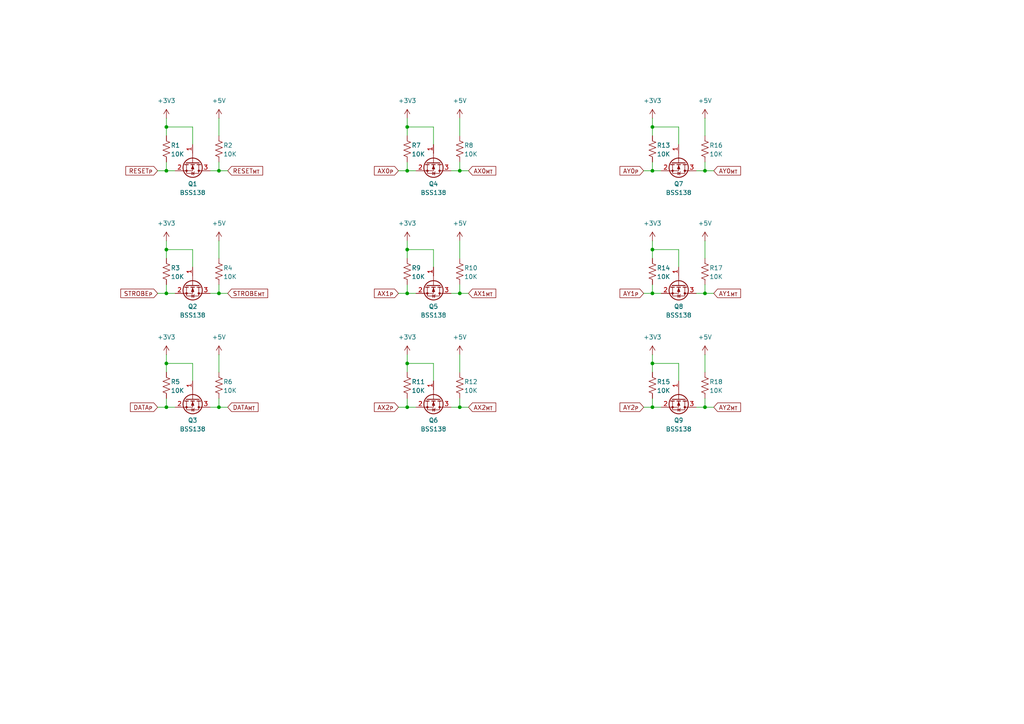
<source format=kicad_sch>
(kicad_sch (version 20231120) (generator "eeschema") (generator_version "8.0")
  (paper "A4")
  (lib_symbols
    (symbol "Device:R_US" (pin_numbers hide) (pin_names (offset 0))
      (property "Reference" "R" (at 2.54 0 90))
      (property "Value" "R_US" (at -2.54 0 90))
      (symbol "R_US_0_1"
        (polyline (pts (xy 0 -2.286) (xy 0 -2.54)))
        (polyline (pts (xy 0 2.286) (xy 0 2.54)))
        (polyline (pts (xy 0 -0.762) (xy 1.016 -1.143) (xy 0 -1.524) (xy -1.016 -1.905) (xy 0 -2.286)))
        (polyline (pts (xy 0 0.762) (xy 1.016 0.381) (xy 0 0) (xy -1.016 -0.381) (xy 0 -0.762)))
        (polyline (pts (xy 0 2.286) (xy 1.016 1.905) (xy 0 1.524) (xy -1.016 1.143) (xy 0 0.762)))
      )
      (symbol "R_US_1_1"
        (pin passive line (at 0 3.81 270) (length 1.27) (name "~") (number "1"))
        (pin passive line (at 0 -3.81 90) (length 1.27) (name "~") (number "2"))
      )
    )
    (symbol "Transistor_FET:BSS138" (pin_names hide)
      (property "Reference" "Q" (at 5.08 1.905 0))
      (property "Value" "BSS138" (at 5.08 0 0))
      (symbol "BSS138_0_1"
        (polyline (pts (xy 0.254 0) (xy -2.54 0)))
        (polyline (pts (xy 0.254 1.905) (xy 0.254 -1.905)) (stroke (width 0.254)))
        (polyline (pts (xy 0.762 -1.27) (xy 0.762 -2.286)) (stroke (width 0.254)))
        (polyline (pts (xy 0.762 0.508) (xy 0.762 -0.508)) (stroke (width 0.254)))
        (polyline (pts (xy 0.762 2.286) (xy 0.762 1.27)) (stroke (width 0.254)))
        (polyline (pts (xy 2.54 2.54) (xy 2.54 1.778)))
        (polyline (pts (xy 2.54 -2.54) (xy 2.54 0) (xy 0.762 0)))
        (polyline (pts (xy 0.762 -1.778) (xy 3.302 -1.778) (xy 3.302 1.778) (xy 0.762 1.778)))
        (polyline (pts (xy 1.016 0) (xy 2.032 0.381) (xy 2.032 -0.381) (xy 1.016 0)) (fill (type outline)))
        (polyline (pts (xy 2.794 0.508) (xy 2.921 0.381) (xy 3.683 0.381) (xy 3.81 0.254)))
        (polyline (pts (xy 3.302 0.381) (xy 2.921 -0.254) (xy 3.683 -0.254) (xy 3.302 0.381)))
        (circle (center 1.651 0) (radius 2.794) (stroke (width 0.254)))
        (circle (center 2.54 -1.778) (radius 0.254) (fill (type outline)))
        (circle (center 2.54 1.778) (radius 0.254) (fill (type outline)))
      )
      (symbol "BSS138_1_1"
        (pin input line (at -5.08 0 0) (length 2.54) (name "G") (number "1"))
        (pin passive line (at 2.54 -5.08 90) (length 2.54) (name "S") (number "2"))
        (pin passive line (at 2.54 5.08 270) (length 2.54) (name "D") (number "3"))
      )
    )
    (symbol "power:+3V3" (power) (pin_numbers hide) (pin_names (offset 0) hide)
      (property "Value" "+3V3" (at 0 3.556 0))
      (symbol "+3V3_0_1"
        (polyline (pts (xy -0.762 1.27) (xy 0 2.54)))
        (polyline (pts (xy 0 0) (xy 0 2.54)))
        (polyline (pts (xy 0 2.54) (xy 0.762 1.27)))
      )
      (symbol "+3V3_1_1"
        (pin power_in line (at 0 0 90) (length 0) (name "~") (number "1"))
      )
    )
    (symbol "power:+5V" (power) (pin_numbers hide) (pin_names (offset 0) hide)
      (property "Value" "+5V" (at 0 3.556 0))
      (symbol "+5V_0_1"
        (polyline (pts (xy -0.762 1.27) (xy 0 2.54)))
        (polyline (pts (xy 0 0) (xy 0 2.54)))
        (polyline (pts (xy 0 2.54) (xy 0.762 1.27)))
      )
      (symbol "+5V_1_1"
        (pin power_in line (at 0 0 90) (length 0) (name "~") (number "1"))
      )
    )
  )
  (junction (at 133.35 85.09))
  (junction (at 48.26 118.11))
  (junction (at 63.5 49.53))
  (junction (at 189.23 49.53))
  (junction (at 63.5 85.09))
  (junction (at 48.26 49.53))
  (junction (at 118.11 85.09))
  (junction (at 48.26 72.39))
  (junction (at 118.11 118.11))
  (junction (at 133.35 118.11))
  (junction (at 48.26 85.09))
  (junction (at 63.5 118.11))
  (junction (at 118.11 72.39))
  (junction (at 204.47 118.11))
  (junction (at 118.11 36.83))
  (junction (at 118.11 105.41))
  (junction (at 48.26 36.83))
  (junction (at 204.47 49.53))
  (junction (at 189.23 118.11))
  (junction (at 189.23 72.39))
  (junction (at 189.23 36.83))
  (junction (at 204.47 85.09))
  (junction (at 189.23 85.09))
  (junction (at 48.26 105.41))
  (junction (at 189.23 105.41))
  (junction (at 133.35 49.53))
  (junction (at 118.11 49.53))
  (wire (pts (xy 125.73 36.83) (xy 118.11 36.83)))
  (wire (pts (xy 204.47 102.87) (xy 204.47 107.95)))
  (wire (pts (xy 48.26 49.53) (xy 48.26 46.99)))
  (wire (pts (xy 189.23 105.41) (xy 189.23 107.95)))
  (wire (pts (xy 201.93 118.11) (xy 204.47 118.11)))
  (wire (pts (xy 63.5 118.11) (xy 66.04 118.11)))
  (wire (pts (xy 201.93 49.53) (xy 204.47 49.53)))
  (wire (pts (xy 204.47 118.11) (xy 207.01 118.11)))
  (wire (pts (xy 118.11 69.85) (xy 118.11 72.39)))
  (wire (pts (xy 189.23 72.39) (xy 189.23 74.93)))
  (wire (pts (xy 48.26 34.29) (xy 48.26 36.83)))
  (wire (pts (xy 130.81 49.53) (xy 133.35 49.53)))
  (wire (pts (xy 118.11 118.11) (xy 118.11 115.57)))
  (wire (pts (xy 55.88 105.41) (xy 48.26 105.41)))
  (wire (pts (xy 125.73 110.49) (xy 125.73 105.41)))
  (wire (pts (xy 63.5 69.85) (xy 63.5 74.93)))
  (wire (pts (xy 63.5 85.09) (xy 63.5 82.55)))
  (wire (pts (xy 133.35 49.53) (xy 133.35 46.99)))
  (wire (pts (xy 189.23 49.53) (xy 189.23 46.99)))
  (wire (pts (xy 118.11 105.41) (xy 118.11 107.95)))
  (wire (pts (xy 196.85 110.49) (xy 196.85 105.41)))
  (wire (pts (xy 115.57 85.09) (xy 118.11 85.09)))
  (wire (pts (xy 48.26 85.09) (xy 48.26 82.55)))
  (wire (pts (xy 133.35 85.09) (xy 135.89 85.09)))
  (wire (pts (xy 204.47 69.85) (xy 204.47 74.93)))
  (wire (pts (xy 63.5 34.29) (xy 63.5 39.37)))
  (wire (pts (xy 45.72 85.09) (xy 48.26 85.09)))
  (wire (pts (xy 189.23 118.11) (xy 189.23 115.57)))
  (wire (pts (xy 115.57 49.53) (xy 118.11 49.53)))
  (wire (pts (xy 196.85 72.39) (xy 189.23 72.39)))
  (wire (pts (xy 204.47 118.11) (xy 204.47 115.57)))
  (wire (pts (xy 120.65 49.53) (xy 118.11 49.53)))
  (wire (pts (xy 50.8 85.09) (xy 48.26 85.09)))
  (wire (pts (xy 196.85 36.83) (xy 189.23 36.83)))
  (wire (pts (xy 63.5 49.53) (xy 63.5 46.99)))
  (wire (pts (xy 204.47 85.09) (xy 204.47 82.55)))
  (wire (pts (xy 63.5 102.87) (xy 63.5 107.95)))
  (wire (pts (xy 118.11 49.53) (xy 118.11 46.99)))
  (wire (pts (xy 204.47 49.53) (xy 204.47 46.99)))
  (wire (pts (xy 125.73 105.41) (xy 118.11 105.41)))
  (wire (pts (xy 63.5 118.11) (xy 63.5 115.57)))
  (wire (pts (xy 189.23 36.83) (xy 189.23 39.37)))
  (wire (pts (xy 118.11 36.83) (xy 118.11 39.37)))
  (wire (pts (xy 48.26 118.11) (xy 48.26 115.57)))
  (wire (pts (xy 48.26 36.83) (xy 48.26 39.37)))
  (wire (pts (xy 63.5 85.09) (xy 66.04 85.09)))
  (wire (pts (xy 133.35 69.85) (xy 133.35 74.93)))
  (wire (pts (xy 133.35 49.53) (xy 135.89 49.53)))
  (wire (pts (xy 48.26 72.39) (xy 48.26 74.93)))
  (wire (pts (xy 60.96 49.53) (xy 63.5 49.53)))
  (wire (pts (xy 55.88 77.47) (xy 55.88 72.39)))
  (wire (pts (xy 115.57 118.11) (xy 118.11 118.11)))
  (wire (pts (xy 201.93 85.09) (xy 204.47 85.09)))
  (wire (pts (xy 191.77 49.53) (xy 189.23 49.53)))
  (wire (pts (xy 48.26 69.85) (xy 48.26 72.39)))
  (wire (pts (xy 55.88 110.49) (xy 55.88 105.41)))
  (wire (pts (xy 204.47 49.53) (xy 207.01 49.53)))
  (wire (pts (xy 45.72 49.53) (xy 48.26 49.53)))
  (wire (pts (xy 196.85 41.91) (xy 196.85 36.83)))
  (wire (pts (xy 118.11 102.87) (xy 118.11 105.41)))
  (wire (pts (xy 60.96 85.09) (xy 63.5 85.09)))
  (wire (pts (xy 191.77 85.09) (xy 189.23 85.09)))
  (wire (pts (xy 55.88 36.83) (xy 48.26 36.83)))
  (wire (pts (xy 186.69 49.53) (xy 189.23 49.53)))
  (wire (pts (xy 189.23 69.85) (xy 189.23 72.39)))
  (wire (pts (xy 118.11 34.29) (xy 118.11 36.83)))
  (wire (pts (xy 186.69 85.09) (xy 189.23 85.09)))
  (wire (pts (xy 60.96 118.11) (xy 63.5 118.11)))
  (wire (pts (xy 133.35 102.87) (xy 133.35 107.95)))
  (wire (pts (xy 45.72 118.11) (xy 48.26 118.11)))
  (wire (pts (xy 55.88 41.91) (xy 55.88 36.83)))
  (wire (pts (xy 125.73 72.39) (xy 118.11 72.39)))
  (wire (pts (xy 189.23 102.87) (xy 189.23 105.41)))
  (wire (pts (xy 186.69 118.11) (xy 189.23 118.11)))
  (wire (pts (xy 118.11 85.09) (xy 118.11 82.55)))
  (wire (pts (xy 120.65 118.11) (xy 118.11 118.11)))
  (wire (pts (xy 189.23 85.09) (xy 189.23 82.55)))
  (wire (pts (xy 125.73 77.47) (xy 125.73 72.39)))
  (wire (pts (xy 189.23 34.29) (xy 189.23 36.83)))
  (wire (pts (xy 204.47 85.09) (xy 207.01 85.09)))
  (wire (pts (xy 196.85 105.41) (xy 189.23 105.41)))
  (wire (pts (xy 130.81 118.11) (xy 133.35 118.11)))
  (wire (pts (xy 50.8 118.11) (xy 48.26 118.11)))
  (wire (pts (xy 204.47 34.29) (xy 204.47 39.37)))
  (wire (pts (xy 50.8 49.53) (xy 48.26 49.53)))
  (wire (pts (xy 120.65 85.09) (xy 118.11 85.09)))
  (wire (pts (xy 48.26 105.41) (xy 48.26 107.95)))
  (wire (pts (xy 55.88 72.39) (xy 48.26 72.39)))
  (wire (pts (xy 133.35 118.11) (xy 135.89 118.11)))
  (wire (pts (xy 133.35 34.29) (xy 133.35 39.37)))
  (wire (pts (xy 118.11 72.39) (xy 118.11 74.93)))
  (wire (pts (xy 125.73 41.91) (xy 125.73 36.83)))
  (wire (pts (xy 130.81 85.09) (xy 133.35 85.09)))
  (wire (pts (xy 196.85 77.47) (xy 196.85 72.39)))
  (wire (pts (xy 133.35 118.11) (xy 133.35 115.57)))
  (wire (pts (xy 191.77 118.11) (xy 189.23 118.11)))
  (wire (pts (xy 48.26 102.87) (xy 48.26 105.41)))
  (wire (pts (xy 63.5 49.53) (xy 66.04 49.53)))
  (wire (pts (xy 133.35 85.09) (xy 133.35 82.55)))
  (global_label "AY0_{MT}" (shape input) (at 207.01 49.53 0) (property "Intersheetrefs" "${INTERSHEET_REFS}" (effects (hide yes))))
  (global_label "RESET_{P}" (shape input) (at 45.72 49.53 180) (property "Intersheetrefs" "${INTERSHEET_REFS}" (effects (hide yes))))
  (global_label "AX0_{MT}" (shape input) (at 135.89 49.53 0) (property "Intersheetrefs" "${INTERSHEET_REFS}" (effects (hide yes))))
  (global_label "AY2_{MT}" (shape input) (at 207.01 118.11 0) (property "Intersheetrefs" "${INTERSHEET_REFS}" (effects (hide yes))))
  (global_label "AX0_{P}" (shape input) (at 115.57 49.53 180) (property "Intersheetrefs" "${INTERSHEET_REFS}" (effects (hide yes))))
  (global_label "DATA_{MT}" (shape input) (at 66.04 118.11 0) (property "Intersheetrefs" "${INTERSHEET_REFS}" (effects (hide yes))))
  (global_label "AY0_{P}" (shape input) (at 186.69 49.53 180) (property "Intersheetrefs" "${INTERSHEET_REFS}" (effects (hide yes))))
  (global_label "DATA_{P}" (shape input) (at 45.72 118.11 180) (property "Intersheetrefs" "${INTERSHEET_REFS}" (effects (hide yes))))
  (global_label "AY1_{P}" (shape input) (at 186.69 85.09 180) (property "Intersheetrefs" "${INTERSHEET_REFS}" (effects (hide yes))))
  (global_label "AX1_{MT}" (shape input) (at 135.89 85.09 0) (property "Intersheetrefs" "${INTERSHEET_REFS}" (effects (hide yes))))
  (global_label "AX2_{P}" (shape input) (at 115.57 118.11 180) (property "Intersheetrefs" "${INTERSHEET_REFS}" (effects (hide yes))))
  (global_label "AY2_{P}" (shape input) (at 186.69 118.11 180) (property "Intersheetrefs" "${INTERSHEET_REFS}" (effects (hide yes))))
  (global_label "STROBE_{P}" (shape input) (at 45.72 85.09 180) (property "Intersheetrefs" "${INTERSHEET_REFS}" (effects (hide yes))))
  (global_label "STROBE_{MT}" (shape input) (at 66.04 85.09 0) (property "Intersheetrefs" "${INTERSHEET_REFS}" (effects (hide yes))))
  (global_label "AX1_{P}" (shape input) (at 115.57 85.09 180) (property "Intersheetrefs" "${INTERSHEET_REFS}" (effects (hide yes))))
  (global_label "AX2_{MT}" (shape input) (at 135.89 118.11 0) (property "Intersheetrefs" "${INTERSHEET_REFS}" (effects (hide yes))))
  (global_label "AY1_{MT}" (shape input) (at 207.01 85.09 0) (property "Intersheetrefs" "${INTERSHEET_REFS}" (effects (hide yes))))
  (global_label "RESET_{MT}" (shape input) (at 66.04 49.53 0) (property "Intersheetrefs" "${INTERSHEET_REFS}" (effects (hide yes))))
  (symbol (lib_id "Transistor_FET:BSS138") (at 196.85 82.55 270) (unit 1)
    (property "Reference" "Q8" (at 196.85 88.9 90))
    (property "Value" "BSS138" (at 196.85 91.44 90))
    (property "Footprint" "Package_TO_SOT_SMD:SOT-23" (effects (hide yes)))
    (property "Datasheet" "https://www.onsemi.com/pub/Collateral/BSS138-D.PDF" (effects (hide yes)))
    (property "Description" "50V Vds, 0.22A Id, N-Channel MOSFET, SOT-23" (effects (hide yes)))
  )
  (symbol (lib_id "power:+5V") (at 204.47 102.87 0) (unit 1)
    (property "Reference" "#PWR018" (effects (hide yes)))
    (property "Value" "+5V" (at 204.47 97.79 0))
    (property "Description" "Power symbol creates a global label with name \"+5V\"" (effects (hide yes)))
  )
  (symbol (lib_id "Transistor_FET:BSS138") (at 125.73 115.57 270) (unit 1)
    (property "Reference" "Q6" (at 125.73 121.92 90))
    (property "Value" "BSS138" (at 125.73 124.46 90))
    (property "Footprint" "Package_TO_SOT_SMD:SOT-23" (effects (hide yes)))
    (property "Datasheet" "https://www.onsemi.com/pub/Collateral/BSS138-D.PDF" (effects (hide yes)))
    (property "Description" "50V Vds, 0.22A Id, N-Channel MOSFET, SOT-23" (effects (hide yes)))
  )
  (symbol (lib_id "power:+5V") (at 133.35 102.87 0) (unit 1)
    (property "Reference" "#PWR012" (effects (hide yes)))
    (property "Value" "+5V" (at 133.35 97.79 0))
    (property "Description" "Power symbol creates a global label with name \"+5V\"" (effects (hide yes)))
  )
  (symbol (lib_id "power:+5V") (at 133.35 34.29 0) (unit 1)
    (property "Reference" "#PWR08" (effects (hide yes)))
    (property "Value" "+5V" (at 133.35 29.21 0))
    (property "Description" "Power symbol creates a global label with name \"+5V\"" (effects (hide yes)))
  )
  (symbol (lib_id "Device:R_US") (at 189.23 111.76 0) (unit 1)
    (property "Reference" "R15" (at 190.5 110.744 0) (effects (justify left)))
    (property "Value" "10K" (at 190.5 113.284 0) (effects (justify left)))
    (property "Footprint" "Resistor_SMD:R_0603_1608Metric" (effects (hide yes)))
    (property "Description" "Resistor, US symbol" (effects (hide yes)))
  )
  (symbol (lib_id "power:+5V") (at 204.47 34.29 0) (unit 1)
    (property "Reference" "#PWR016" (effects (hide yes)))
    (property "Value" "+5V" (at 204.47 29.21 0))
    (property "Description" "Power symbol creates a global label with name \"+5V\"" (effects (hide yes)))
  )
  (symbol (lib_id "power:+3V3") (at 189.23 69.85 0) (unit 1)
    (property "Reference" "#PWR014" (effects (hide yes)))
    (property "Value" "+3V3" (at 189.23 64.77 0))
    (property "Description" "Power symbol creates a global label with name \"+3V3\"" (effects (hide yes)))
  )
  (symbol (lib_id "power:+3V3") (at 118.11 102.87 0) (unit 1)
    (property "Reference" "#PWR011" (effects (hide yes)))
    (property "Value" "+3V3" (at 118.11 97.79 0))
    (property "Description" "Power symbol creates a global label with name \"+3V3\"" (effects (hide yes)))
  )
  (symbol (lib_id "Device:R_US") (at 118.11 111.76 0) (unit 1)
    (property "Reference" "R11" (at 119.38 110.744 0) (effects (justify left)))
    (property "Value" "10K" (at 119.38 113.284 0) (effects (justify left)))
    (property "Footprint" "Resistor_SMD:R_0603_1608Metric" (effects (hide yes)))
    (property "Description" "Resistor, US symbol" (effects (hide yes)))
  )
  (symbol (lib_id "Device:R_US") (at 133.35 111.76 0) (unit 1)
    (property "Reference" "R12" (at 134.62 110.744 0) (effects (justify left)))
    (property "Value" "10K" (at 134.62 113.284 0) (effects (justify left)))
    (property "Footprint" "Resistor_SMD:R_0603_1608Metric" (effects (hide yes)))
    (property "Description" "Resistor, US symbol" (effects (hide yes)))
  )
  (symbol (lib_id "Device:R_US") (at 118.11 78.74 0) (unit 1)
    (property "Reference" "R9" (at 119.38 77.724 0) (effects (justify left)))
    (property "Value" "10K" (at 119.38 80.264 0) (effects (justify left)))
    (property "Footprint" "Resistor_SMD:R_0603_1608Metric" (effects (hide yes)))
    (property "Description" "Resistor, US symbol" (effects (hide yes)))
  )
  (symbol (lib_id "power:+5V") (at 204.47 69.85 0) (unit 1)
    (property "Reference" "#PWR017" (effects (hide yes)))
    (property "Value" "+5V" (at 204.47 64.77 0))
    (property "Description" "Power symbol creates a global label with name \"+5V\"" (effects (hide yes)))
  )
  (symbol (lib_id "power:+5V") (at 63.5 69.85 0) (unit 1)
    (property "Reference" "#PWR04" (effects (hide yes)))
    (property "Value" "+5V" (at 63.5 64.77 0))
    (property "Description" "Power symbol creates a global label with name \"+5V\"" (effects (hide yes)))
  )
  (symbol (lib_id "Transistor_FET:BSS138") (at 125.73 46.99 270) (unit 1)
    (property "Reference" "Q4" (at 125.73 53.34 90))
    (property "Value" "BSS138" (at 125.73 55.88 90))
    (property "Footprint" "Package_TO_SOT_SMD:SOT-23" (effects (hide yes)))
    (property "Datasheet" "https://www.onsemi.com/pub/Collateral/BSS138-D.PDF" (effects (hide yes)))
    (property "Description" "50V Vds, 0.22A Id, N-Channel MOSFET, SOT-23" (effects (hide yes)))
  )
  (symbol (lib_id "Device:R_US") (at 133.35 78.74 0) (unit 1)
    (property "Reference" "R10" (at 134.62 77.724 0) (effects (justify left)))
    (property "Value" "10K" (at 134.62 80.264 0) (effects (justify left)))
    (property "Footprint" "Resistor_SMD:R_0603_1608Metric" (effects (hide yes)))
    (property "Description" "Resistor, US symbol" (effects (hide yes)))
  )
  (symbol (lib_id "power:+3V3") (at 189.23 102.87 0) (unit 1)
    (property "Reference" "#PWR015" (effects (hide yes)))
    (property "Value" "+3V3" (at 189.23 97.79 0))
    (property "Description" "Power symbol creates a global label with name \"+3V3\"" (effects (hide yes)))
  )
  (symbol (lib_id "Device:R_US") (at 204.47 43.18 0) (unit 1)
    (property "Reference" "R16" (at 205.74 42.164 0) (effects (justify left)))
    (property "Value" "10K" (at 205.74 44.704 0) (effects (justify left)))
    (property "Footprint" "Resistor_SMD:R_0603_1608Metric" (effects (hide yes)))
    (property "Description" "Resistor, US symbol" (effects (hide yes)))
  )
  (symbol (lib_id "power:+3V3") (at 48.26 102.87 0) (unit 1)
    (property "Reference" "#PWR05" (effects (hide yes)))
    (property "Value" "+3V3" (at 48.26 97.79 0))
    (property "Description" "Power symbol creates a global label with name \"+3V3\"" (effects (hide yes)))
  )
  (symbol (lib_id "power:+3V3") (at 189.23 34.29 0) (unit 1)
    (property "Reference" "#PWR013" (effects (hide yes)))
    (property "Value" "+3V3" (at 189.23 29.21 0))
    (property "Description" "Power symbol creates a global label with name \"+3V3\"" (effects (hide yes)))
  )
  (symbol (lib_id "Transistor_FET:BSS138") (at 196.85 115.57 270) (unit 1)
    (property "Reference" "Q9" (at 196.85 121.92 90))
    (property "Value" "BSS138" (at 196.85 124.46 90))
    (property "Footprint" "Package_TO_SOT_SMD:SOT-23" (effects (hide yes)))
    (property "Datasheet" "https://www.onsemi.com/pub/Collateral/BSS138-D.PDF" (effects (hide yes)))
    (property "Description" "50V Vds, 0.22A Id, N-Channel MOSFET, SOT-23" (effects (hide yes)))
  )
  (symbol (lib_id "Device:R_US") (at 204.47 78.74 0) (unit 1)
    (property "Reference" "R17" (at 205.74 77.724 0) (effects (justify left)))
    (property "Value" "10K" (at 205.74 80.264 0) (effects (justify left)))
    (property "Footprint" "Resistor_SMD:R_0603_1608Metric" (effects (hide yes)))
    (property "Description" "Resistor, US symbol" (effects (hide yes)))
  )
  (symbol (lib_id "Device:R_US") (at 63.5 111.76 0) (unit 1)
    (property "Reference" "R6" (at 64.77 110.744 0) (effects (justify left)))
    (property "Value" "10K" (at 64.77 113.284 0) (effects (justify left)))
    (property "Footprint" "Resistor_SMD:R_0603_1608Metric" (effects (hide yes)))
    (property "Description" "Resistor, US symbol" (effects (hide yes)))
  )
  (symbol (lib_id "Device:R_US") (at 63.5 78.74 0) (unit 1)
    (property "Reference" "R4" (at 64.77 77.724 0) (effects (justify left)))
    (property "Value" "10K" (at 64.77 80.264 0) (effects (justify left)))
    (property "Footprint" "Resistor_SMD:R_0603_1608Metric" (effects (hide yes)))
    (property "Description" "Resistor, US symbol" (effects (hide yes)))
  )
  (symbol (lib_id "power:+3V3") (at 48.26 69.85 0) (unit 1)
    (property "Reference" "#PWR03" (effects (hide yes)))
    (property "Value" "+3V3" (at 48.26 64.77 0))
    (property "Description" "Power symbol creates a global label with name \"+3V3\"" (effects (hide yes)))
  )
  (symbol (lib_id "Transistor_FET:BSS138") (at 196.85 46.99 270) (unit 1)
    (property "Reference" "Q7" (at 196.85 53.34 90))
    (property "Value" "BSS138" (at 196.85 55.88 90))
    (property "Footprint" "Package_TO_SOT_SMD:SOT-23" (effects (hide yes)))
    (property "Datasheet" "https://www.onsemi.com/pub/Collateral/BSS138-D.PDF" (effects (hide yes)))
    (property "Description" "50V Vds, 0.22A Id, N-Channel MOSFET, SOT-23" (effects (hide yes)))
  )
  (symbol (lib_id "Device:R_US") (at 63.5 43.18 0) (unit 1)
    (property "Reference" "R2" (at 64.77 42.164 0) (effects (justify left)))
    (property "Value" "10K" (at 64.77 44.704 0) (effects (justify left)))
    (property "Footprint" "Resistor_SMD:R_0603_1608Metric" (effects (hide yes)))
    (property "Description" "Resistor, US symbol" (effects (hide yes)))
  )
  (symbol (lib_id "power:+5V") (at 133.35 69.85 0) (unit 1)
    (property "Reference" "#PWR010" (effects (hide yes)))
    (property "Value" "+5V" (at 133.35 64.77 0))
    (property "Description" "Power symbol creates a global label with name \"+5V\"" (effects (hide yes)))
  )
  (symbol (lib_id "Device:R_US") (at 48.26 111.76 0) (unit 1)
    (property "Reference" "R5" (at 49.53 110.744 0) (effects (justify left)))
    (property "Value" "10K" (at 49.53 113.284 0) (effects (justify left)))
    (property "Footprint" "Resistor_SMD:R_0603_1608Metric" (effects (hide yes)))
    (property "Description" "Resistor, US symbol" (effects (hide yes)))
  )
  (symbol (lib_id "power:+5V") (at 63.5 34.29 0) (unit 1)
    (property "Reference" "#PWR02" (effects (hide yes)))
    (property "Value" "+5V" (at 63.5 29.21 0))
    (property "Description" "Power symbol creates a global label with name \"+5V\"" (effects (hide yes)))
  )
  (symbol (lib_id "Device:R_US") (at 118.11 43.18 0) (unit 1)
    (property "Reference" "R7" (at 119.38 42.164 0) (effects (justify left)))
    (property "Value" "10K" (at 119.38 44.704 0) (effects (justify left)))
    (property "Footprint" "Resistor_SMD:R_0603_1608Metric" (effects (hide yes)))
    (property "Description" "Resistor, US symbol" (effects (hide yes)))
  )
  (symbol (lib_id "Transistor_FET:BSS138") (at 55.88 115.57 270) (unit 1)
    (property "Reference" "Q3" (at 55.88 121.92 90))
    (property "Value" "BSS138" (at 55.88 124.46 90))
    (property "Footprint" "Package_TO_SOT_SMD:SOT-23" (effects (hide yes)))
    (property "Datasheet" "https://www.onsemi.com/pub/Collateral/BSS138-D.PDF" (effects (hide yes)))
    (property "Description" "50V Vds, 0.22A Id, N-Channel MOSFET, SOT-23" (effects (hide yes)))
  )
  (symbol (lib_id "Device:R_US") (at 48.26 78.74 0) (unit 1)
    (property "Reference" "R3" (at 49.53 77.724 0) (effects (justify left)))
    (property "Value" "10K" (at 49.53 80.264 0) (effects (justify left)))
    (property "Footprint" "Resistor_SMD:R_0603_1608Metric" (effects (hide yes)))
    (property "Description" "Resistor, US symbol" (effects (hide yes)))
  )
  (symbol (lib_id "Transistor_FET:BSS138") (at 55.88 82.55 270) (unit 1)
    (property "Reference" "Q2" (at 55.88 88.9 90))
    (property "Value" "BSS138" (at 55.88 91.44 90))
    (property "Footprint" "Package_TO_SOT_SMD:SOT-23" (effects (hide yes)))
    (property "Datasheet" "https://www.onsemi.com/pub/Collateral/BSS138-D.PDF" (effects (hide yes)))
    (property "Description" "50V Vds, 0.22A Id, N-Channel MOSFET, SOT-23" (effects (hide yes)))
  )
  (symbol (lib_id "Device:R_US") (at 189.23 78.74 0) (unit 1)
    (property "Reference" "R14" (at 190.5 77.724 0) (effects (justify left)))
    (property "Value" "10K" (at 190.5 80.264 0) (effects (justify left)))
    (property "Footprint" "Resistor_SMD:R_0603_1608Metric" (effects (hide yes)))
    (property "Description" "Resistor, US symbol" (effects (hide yes)))
  )
  (symbol (lib_id "power:+3V3") (at 118.11 34.29 0) (unit 1)
    (property "Reference" "#PWR07" (effects (hide yes)))
    (property "Value" "+3V3" (at 118.11 29.21 0))
    (property "Description" "Power symbol creates a global label with name \"+3V3\"" (effects (hide yes)))
  )
  (symbol (lib_id "Device:R_US") (at 189.23 43.18 0) (unit 1)
    (property "Reference" "R13" (at 190.5 42.164 0) (effects (justify left)))
    (property "Value" "10K" (at 190.5 44.704 0) (effects (justify left)))
    (property "Footprint" "Resistor_SMD:R_0603_1608Metric" (effects (hide yes)))
    (property "Description" "Resistor, US symbol" (effects (hide yes)))
  )
  (symbol (lib_id "power:+3V3") (at 48.26 34.29 0) (unit 1)
    (property "Reference" "#PWR01" (effects (hide yes)))
    (property "Value" "+3V3" (at 48.26 29.21 0))
    (property "Description" "Power symbol creates a global label with name \"+3V3\"" (effects (hide yes)))
  )
  (symbol (lib_id "Transistor_FET:BSS138") (at 55.88 46.99 270) (unit 1)
    (property "Reference" "Q1" (at 55.88 53.34 90))
    (property "Value" "BSS138" (at 55.88 55.88 90))
    (property "Footprint" "Package_TO_SOT_SMD:SOT-23" (effects (hide yes)))
    (property "Datasheet" "https://www.onsemi.com/pub/Collateral/BSS138-D.PDF" (effects (hide yes)))
    (property "Description" "50V Vds, 0.22A Id, N-Channel MOSFET, SOT-23" (effects (hide yes)))
  )
  (symbol (lib_id "Device:R_US") (at 204.47 111.76 0) (unit 1)
    (property "Reference" "R18" (at 205.74 110.744 0) (effects (justify left)))
    (property "Value" "10K" (at 205.74 113.284 0) (effects (justify left)))
    (property "Footprint" "Resistor_SMD:R_0603_1608Metric" (effects (hide yes)))
    (property "Description" "Resistor, US symbol" (effects (hide yes)))
  )
  (symbol (lib_id "power:+5V") (at 63.5 102.87 0) (unit 1)
    (property "Reference" "#PWR06" (effects (hide yes)))
    (property "Value" "+5V" (at 63.5 97.79 0))
    (property "Description" "Power symbol creates a global label with name \"+5V\"" (effects (hide yes)))
  )
  (symbol (lib_id "Transistor_FET:BSS138") (at 125.73 82.55 270) (unit 1)
    (property "Reference" "Q5" (at 125.73 88.9 90))
    (property "Value" "BSS138" (at 125.73 91.44 90))
    (property "Footprint" "Package_TO_SOT_SMD:SOT-23" (effects (hide yes)))
    (property "Datasheet" "https://www.onsemi.com/pub/Collateral/BSS138-D.PDF" (effects (hide yes)))
    (property "Description" "50V Vds, 0.22A Id, N-Channel MOSFET, SOT-23" (effects (hide yes)))
  )
  (symbol (lib_id "Device:R_US") (at 48.26 43.18 0) (unit 1)
    (property "Reference" "R1" (at 49.53 42.164 0) (effects (justify left)))
    (property "Value" "10K" (at 49.53 44.704 0) (effects (justify left)))
    (property "Footprint" "Resistor_SMD:R_0603_1608Metric" (effects (hide yes)))
    (property "Description" "Resistor, US symbol" (effects (hide yes)))
  )
  (symbol (lib_id "power:+3V3") (at 118.11 69.85 0) (unit 1)
    (property "Reference" "#PWR09" (effects (hide yes)))
    (property "Value" "+3V3" (at 118.11 64.77 0))
    (property "Description" "Power symbol creates a global label with name \"+3V3\"" (effects (hide yes)))
  )
  (symbol (lib_id "Device:R_US") (at 133.35 43.18 0) (unit 1)
    (property "Reference" "R8" (at 134.62 42.164 0) (effects (justify left)))
    (property "Value" "10K" (at 134.62 44.704 0) (effects (justify left)))
    (property "Footprint" "Resistor_SMD:R_0603_1608Metric" (effects (hide yes)))
    (property "Description" "Resistor, US symbol" (effects (hide yes)))
  )
)
</source>
